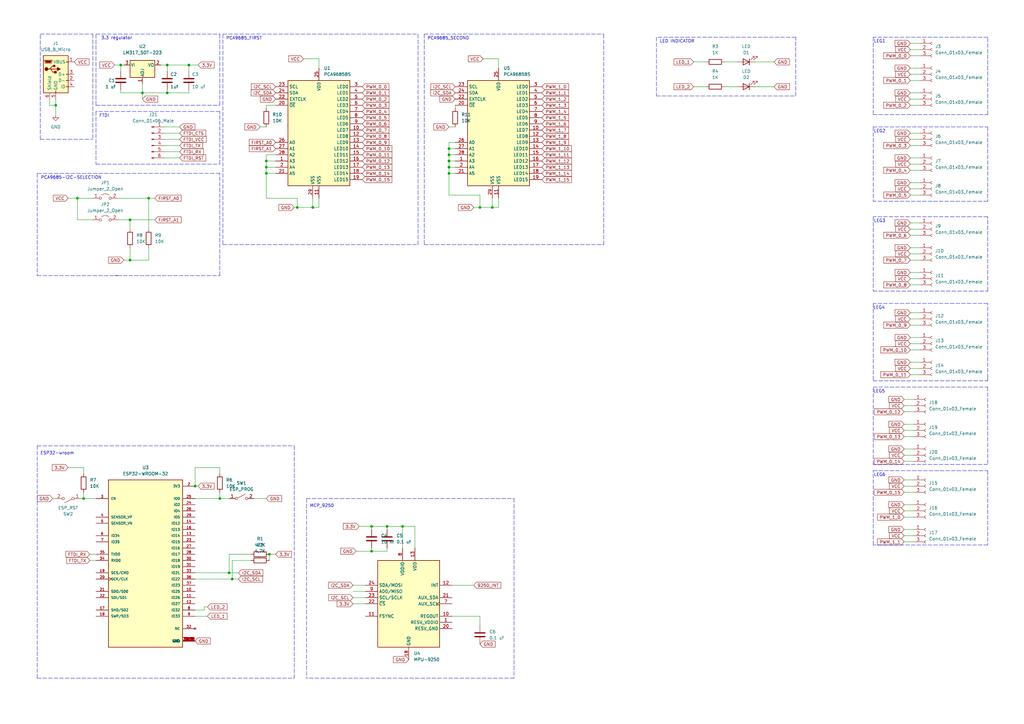
<source format=kicad_sch>
(kicad_sch (version 20211123) (generator eeschema)
  (paper "A3")
  (junction (at 184.15 63.5))
  (junction (at 53.34 90.17))
  (junction (at 184.15 71.12))
  (junction (at 109.22 66.04))
  (junction (at 58.42 38.1))
  (junction (at 158.75 215.9))
  (junction (at 201.93 85.09))
  (junction (at 77.47 26.67))
  (junction (at 152.4 215.9))
  (junction (at 68.58 38.1))
  (junction (at 80.01 199.39))
  (junction (at 53.34 106.68))
  (junction (at 121.92 85.09))
  (junction (at 109.22 68.58))
  (junction (at 68.58 26.67))
  (junction (at 152.4 226.06))
  (junction (at 95.25 237.49))
  (junction (at 34.29 204.47))
  (junction (at 184.15 66.04))
  (junction (at 128.27 85.09))
  (junction (at 165.1 215.9))
  (junction (at 93.98 234.95))
  (junction (at 49.53 26.67))
  (junction (at 109.22 71.12))
  (junction (at 110.49 227.33))
  (junction (at 184.15 60.96))
  (junction (at 22.86 43.18))
  (junction (at 184.15 68.58))
  (junction (at 31.75 81.28))
  (junction (at 90.17 204.47))
  (junction (at 60.96 81.28))
  (junction (at 196.85 85.09))
  (wire (pts (xy 77.47 26.67) (xy 77.47 29.21)))
  (wire (pts (xy 370.84 207.01) (xy 374.65 207.01)))
  (wire (pts (xy 36.83 229.87) (xy 39.37 229.87)))
  (wire (pts (xy 60.96 81.28) (xy 48.26 81.28)))
  (wire (pts (xy 110.49 227.33) (xy 110.49 229.87)))
  (wire (pts (xy 204.47 81.28) (xy 204.47 85.09)))
  (wire (pts (xy 373.38 80.01) (xy 377.19 80.01)))
  (wire (pts (xy 297.18 35.56) (xy 302.26 35.56)))
  (wire (pts (xy 370.84 217.17) (xy 374.65 217.17)))
  (wire (pts (xy 152.4 224.79) (xy 152.4 226.06)))
  (wire (pts (xy 373.38 114.3) (xy 377.19 114.3)))
  (wire (pts (xy 109.22 63.5) (xy 109.22 66.04)))
  (polyline (pts (xy 46.99 113.03) (xy 48.26 113.03)))
  (wire (pts (xy 80.01 191.77) (xy 80.01 199.39)))
  (polyline (pts (xy 405.13 223.52) (xy 358.14 223.52)))
  (wire (pts (xy 109.22 71.12) (xy 113.03 71.12)))
  (polyline (pts (xy 405.13 52.07) (xy 405.13 82.55)))
  (polyline (pts (xy 39.37 13.97) (xy 90.17 13.97)))
  (wire (pts (xy 80.01 234.95) (xy 93.98 234.95)))
  (wire (pts (xy 184.15 80.01) (xy 196.85 80.01)))
  (polyline (pts (xy 358.14 156.21) (xy 405.13 156.21)))
  (polyline (pts (xy 173.99 13.97) (xy 247.65 13.97)))
  (polyline (pts (xy 38.1 13.97) (xy 38.1 57.15)))
  (wire (pts (xy 201.93 85.09) (xy 204.47 85.09)))
  (wire (pts (xy 373.38 106.68) (xy 377.19 106.68)))
  (polyline (pts (xy 120.65 182.88) (xy 120.65 278.13)))
  (wire (pts (xy 110.49 227.33) (xy 113.03 227.33)))
  (polyline (pts (xy 358.14 223.52) (xy 358.14 193.04)))
  (polyline (pts (xy 15.24 71.12) (xy 15.24 113.03)))
  (wire (pts (xy 373.38 30.48) (xy 377.19 30.48)))
  (wire (pts (xy 58.42 34.29) (xy 58.42 38.1)))
  (wire (pts (xy 373.38 111.76) (xy 377.19 111.76)))
  (wire (pts (xy 152.4 215.9) (xy 152.4 217.17)))
  (wire (pts (xy 198.12 24.13) (xy 204.47 24.13)))
  (wire (pts (xy 49.53 38.1) (xy 49.53 36.83)))
  (wire (pts (xy 22.86 40.64) (xy 22.86 43.18)))
  (polyline (pts (xy 48.26 113.03) (xy 90.17 113.03)))
  (wire (pts (xy 95.25 229.87) (xy 95.25 237.49)))
  (wire (pts (xy 53.34 90.17) (xy 63.5 90.17)))
  (wire (pts (xy 158.75 215.9) (xy 158.75 217.17)))
  (wire (pts (xy 373.38 77.47) (xy 377.19 77.47)))
  (wire (pts (xy 373.38 143.51) (xy 377.19 143.51)))
  (polyline (pts (xy 125.73 204.47) (xy 125.73 278.13)))
  (wire (pts (xy 68.58 26.67) (xy 68.58 29.21)))
  (wire (pts (xy 121.92 85.09) (xy 128.27 85.09)))
  (polyline (pts (xy 405.13 156.21) (xy 405.13 154.94)))
  (wire (pts (xy 120.65 85.09) (xy 121.92 85.09)))
  (wire (pts (xy 90.17 204.47) (xy 93.98 204.47)))
  (wire (pts (xy 67.31 52.07) (xy 73.66 52.07)))
  (polyline (pts (xy 405.13 15.24) (xy 358.14 15.24)))
  (wire (pts (xy 373.38 116.84) (xy 377.19 116.84)))
  (wire (pts (xy 147.32 215.9) (xy 152.4 215.9)))
  (wire (pts (xy 58.42 38.1) (xy 49.53 38.1)))
  (polyline (pts (xy 405.13 88.9) (xy 358.14 88.9)))
  (wire (pts (xy 102.87 229.87) (xy 95.25 229.87)))
  (wire (pts (xy 106.68 52.07) (xy 109.22 52.07)))
  (wire (pts (xy 109.22 43.18) (xy 109.22 44.45)))
  (wire (pts (xy 165.1 224.79) (xy 165.1 215.9)))
  (wire (pts (xy 373.38 33.02) (xy 377.19 33.02)))
  (wire (pts (xy 373.38 91.44) (xy 377.19 91.44)))
  (wire (pts (xy 373.38 138.43) (xy 377.19 138.43)))
  (wire (pts (xy 370.84 184.15) (xy 374.65 184.15)))
  (wire (pts (xy 184.15 52.07) (xy 186.69 52.07)))
  (polyline (pts (xy 405.13 46.99) (xy 405.13 15.24)))
  (polyline (pts (xy 15.24 113.03) (xy 48.26 113.03)))
  (wire (pts (xy 373.38 43.18) (xy 377.19 43.18)))
  (wire (pts (xy 373.38 17.78) (xy 377.19 17.78)))
  (polyline (pts (xy 39.37 43.18) (xy 90.17 43.18)))
  (wire (pts (xy 152.4 226.06) (xy 158.75 226.06)))
  (polyline (pts (xy 173.99 13.97) (xy 173.99 100.33)))
  (wire (pts (xy 77.47 26.67) (xy 81.28 26.67)))
  (wire (pts (xy 20.32 43.18) (xy 22.86 43.18)))
  (wire (pts (xy 184.15 66.04) (xy 184.15 68.58)))
  (wire (pts (xy 144.78 240.03) (xy 149.86 240.03)))
  (wire (pts (xy 373.38 140.97) (xy 377.19 140.97)))
  (polyline (pts (xy 358.14 52.07) (xy 358.14 82.55)))
  (wire (pts (xy 128.27 85.09) (xy 130.81 85.09)))
  (wire (pts (xy 373.38 128.27) (xy 377.19 128.27)))
  (polyline (pts (xy 15.24 278.13) (xy 120.65 278.13)))
  (wire (pts (xy 93.98 234.95) (xy 97.79 234.95)))
  (polyline (pts (xy 15.24 182.88) (xy 120.65 182.88)))
  (wire (pts (xy 144.78 245.11) (xy 149.86 245.11)))
  (wire (pts (xy 184.15 66.04) (xy 186.69 66.04)))
  (wire (pts (xy 109.22 68.58) (xy 109.22 71.12)))
  (polyline (pts (xy 15.24 278.13) (xy 15.24 182.88)))
  (wire (pts (xy 170.18 224.79) (xy 170.18 215.9)))
  (wire (pts (xy 184.15 68.58) (xy 184.15 71.12)))
  (wire (pts (xy 373.38 148.59) (xy 377.19 148.59)))
  (wire (pts (xy 31.75 90.17) (xy 38.1 90.17)))
  (wire (pts (xy 90.17 201.93) (xy 90.17 204.47)))
  (wire (pts (xy 90.17 194.31) (xy 90.17 191.77)))
  (wire (pts (xy 370.84 212.09) (xy 374.65 212.09)))
  (wire (pts (xy 373.38 54.61) (xy 377.19 54.61)))
  (wire (pts (xy 33.02 204.47) (xy 34.29 204.47)))
  (wire (pts (xy 34.29 194.31) (xy 34.29 191.77)))
  (wire (pts (xy 373.38 38.1) (xy 377.19 38.1)))
  (wire (pts (xy 109.22 71.12) (xy 109.22 81.28)))
  (wire (pts (xy 50.8 106.68) (xy 53.34 106.68)))
  (wire (pts (xy 109.22 66.04) (xy 113.03 66.04)))
  (polyline (pts (xy 171.45 100.33) (xy 171.45 13.97)))
  (wire (pts (xy 60.96 81.28) (xy 63.5 81.28)))
  (wire (pts (xy 31.75 81.28) (xy 31.75 90.17)))
  (wire (pts (xy 81.28 199.39) (xy 80.01 199.39)))
  (wire (pts (xy 109.22 81.28) (xy 121.92 81.28)))
  (polyline (pts (xy 91.44 100.33) (xy 171.45 100.33)))
  (wire (pts (xy 80.01 250.19) (xy 83.82 250.19)))
  (wire (pts (xy 165.1 215.9) (xy 170.18 215.9)))
  (wire (pts (xy 373.38 22.86) (xy 377.19 22.86)))
  (wire (pts (xy 373.38 20.32) (xy 377.19 20.32)))
  (wire (pts (xy 109.22 66.04) (xy 109.22 68.58)))
  (wire (pts (xy 83.82 248.92) (xy 85.09 248.92)))
  (polyline (pts (xy 269.24 15.24) (xy 269.24 39.37)))
  (polyline (pts (xy 39.37 43.18) (xy 39.37 13.97)))
  (wire (pts (xy 60.96 101.6) (xy 60.96 106.68)))
  (polyline (pts (xy 125.73 204.47) (xy 210.82 204.47)))
  (wire (pts (xy 113.03 43.18) (xy 109.22 43.18)))
  (polyline (pts (xy 210.82 278.13) (xy 125.73 278.13)))
  (wire (pts (xy 68.58 38.1) (xy 68.58 36.83)))
  (wire (pts (xy 113.03 63.5) (xy 109.22 63.5)))
  (wire (pts (xy 370.84 199.39) (xy 374.65 199.39)))
  (wire (pts (xy 34.29 201.93) (xy 34.29 204.47)))
  (wire (pts (xy 185.42 240.03) (xy 194.31 240.03)))
  (wire (pts (xy 83.82 250.19) (xy 83.82 248.92)))
  (polyline (pts (xy 358.14 190.5) (xy 358.14 158.75)))
  (polyline (pts (xy 90.17 13.97) (xy 90.17 43.18)))
  (wire (pts (xy 309.88 35.56) (xy 317.5 35.56)))
  (polyline (pts (xy 358.14 119.38) (xy 360.68 119.38)))
  (polyline (pts (xy 405.13 124.46) (xy 358.14 124.46)))
  (wire (pts (xy 370.84 173.99) (xy 374.65 173.99)))
  (wire (pts (xy 184.15 71.12) (xy 186.69 71.12)))
  (wire (pts (xy 34.29 204.47) (xy 39.37 204.47)))
  (polyline (pts (xy 90.17 67.31) (xy 90.17 45.72)))
  (wire (pts (xy 186.69 58.42) (xy 184.15 58.42)))
  (polyline (pts (xy 16.51 13.97) (xy 38.1 13.97)))
  (wire (pts (xy 49.53 29.21) (xy 49.53 26.67)))
  (wire (pts (xy 284.48 25.4) (xy 289.56 25.4)))
  (wire (pts (xy 128.27 81.28) (xy 128.27 85.09)))
  (polyline (pts (xy 247.65 100.33) (xy 247.65 13.97)))
  (wire (pts (xy 67.31 54.61) (xy 73.66 54.61)))
  (wire (pts (xy 95.25 237.49) (xy 97.79 237.49)))
  (wire (pts (xy 58.42 38.1) (xy 68.58 38.1)))
  (wire (pts (xy 80.01 252.73) (xy 85.09 252.73)))
  (wire (pts (xy 370.84 196.85) (xy 374.65 196.85)))
  (polyline (pts (xy 90.17 113.03) (xy 90.17 71.12)))
  (wire (pts (xy 184.15 60.96) (xy 186.69 60.96)))
  (wire (pts (xy 58.42 38.1) (xy 58.42 40.64)))
  (wire (pts (xy 373.38 130.81) (xy 377.19 130.81)))
  (wire (pts (xy 20.32 40.64) (xy 20.32 43.18)))
  (polyline (pts (xy 91.44 13.97) (xy 171.45 13.97)))
  (wire (pts (xy 373.38 27.94) (xy 377.19 27.94)))
  (wire (pts (xy 184.15 71.12) (xy 184.15 80.01)))
  (wire (pts (xy 66.04 26.67) (xy 68.58 26.67)))
  (wire (pts (xy 67.31 64.77) (xy 73.66 64.77)))
  (polyline (pts (xy 16.51 57.15) (xy 38.1 57.15)))
  (wire (pts (xy 370.84 201.93) (xy 374.65 201.93)))
  (wire (pts (xy 373.38 40.64) (xy 377.19 40.64)))
  (wire (pts (xy 48.26 90.17) (xy 53.34 90.17)))
  (polyline (pts (xy 173.99 100.33) (xy 247.65 100.33)))
  (wire (pts (xy 36.83 227.33) (xy 39.37 227.33)))
  (polyline (pts (xy 405.13 119.38) (xy 405.13 88.9)))
  (wire (pts (xy 53.34 101.6) (xy 53.34 106.68)))
  (wire (pts (xy 104.14 204.47) (xy 109.22 204.47)))
  (wire (pts (xy 80.01 204.47) (xy 90.17 204.47)))
  (polyline (pts (xy 358.14 193.04) (xy 405.13 193.04)))
  (wire (pts (xy 53.34 90.17) (xy 53.34 93.98)))
  (polyline (pts (xy 91.44 13.97) (xy 91.44 100.33)))
  (wire (pts (xy 370.84 219.71) (xy 374.65 219.71)))
  (polyline (pts (xy 358.14 158.75) (xy 405.13 158.75)))
  (wire (pts (xy 67.31 62.23) (xy 73.66 62.23)))
  (wire (pts (xy 373.38 153.67) (xy 377.19 153.67)))
  (wire (pts (xy 373.38 133.35) (xy 377.19 133.35)))
  (wire (pts (xy 373.38 57.15) (xy 377.19 57.15)))
  (wire (pts (xy 373.38 93.98) (xy 377.19 93.98)))
  (polyline (pts (xy 210.82 204.47) (xy 210.82 278.13)))
  (wire (pts (xy 370.84 179.07) (xy 374.65 179.07)))
  (wire (pts (xy 373.38 104.14) (xy 377.19 104.14)))
  (polyline (pts (xy 358.14 15.24) (xy 358.14 40.64)))
  (wire (pts (xy 124.46 24.13) (xy 130.81 24.13)))
  (wire (pts (xy 370.84 168.91) (xy 374.65 168.91)))
  (wire (pts (xy 184.15 68.58) (xy 186.69 68.58)))
  (wire (pts (xy 184.15 58.42) (xy 184.15 60.96)))
  (wire (pts (xy 144.78 242.57) (xy 149.86 242.57)))
  (polyline (pts (xy 326.39 39.37) (xy 326.39 15.24)))
  (wire (pts (xy 22.86 204.47) (xy 21.59 204.47)))
  (wire (pts (xy 370.84 189.23) (xy 374.65 189.23)))
  (polyline (pts (xy 39.37 67.31) (xy 90.17 67.31)))
  (wire (pts (xy 184.15 63.5) (xy 186.69 63.5)))
  (polyline (pts (xy 360.68 119.38) (xy 405.13 119.38)))
  (wire (pts (xy 184.15 60.96) (xy 184.15 63.5)))
  (polyline (pts (xy 90.17 45.72) (xy 39.37 45.72)))
  (polyline (pts (xy 405.13 158.75) (xy 405.13 190.5)))
  (wire (pts (xy 184.15 63.5) (xy 184.15 66.04)))
  (wire (pts (xy 90.17 191.77) (xy 80.01 191.77)))
  (wire (pts (xy 80.01 237.49) (xy 95.25 237.49)))
  (wire (pts (xy 152.4 215.9) (xy 158.75 215.9)))
  (wire (pts (xy 109.22 68.58) (xy 113.03 68.58)))
  (wire (pts (xy 68.58 38.1) (xy 77.47 38.1)))
  (polyline (pts (xy 405.13 82.55) (xy 358.14 82.55)))
  (wire (pts (xy 196.85 252.73) (xy 196.85 256.54)))
  (wire (pts (xy 373.38 59.69) (xy 377.19 59.69)))
  (wire (pts (xy 93.98 234.95) (xy 93.98 227.33)))
  (wire (pts (xy 201.93 81.28) (xy 201.93 85.09)))
  (wire (pts (xy 370.84 166.37) (xy 374.65 166.37)))
  (wire (pts (xy 309.88 25.4) (xy 317.5 25.4)))
  (wire (pts (xy 370.84 163.83) (xy 374.65 163.83)))
  (wire (pts (xy 373.38 151.13) (xy 377.19 151.13)))
  (wire (pts (xy 27.94 81.28) (xy 31.75 81.28)))
  (wire (pts (xy 373.38 64.77) (xy 377.19 64.77)))
  (wire (pts (xy 121.92 81.28) (xy 121.92 85.09)))
  (polyline (pts (xy 358.14 88.9) (xy 358.14 119.38)))
  (polyline (pts (xy 358.14 40.64) (xy 358.14 46.99)))
  (wire (pts (xy 373.38 74.93) (xy 377.19 74.93)))
  (polyline (pts (xy 405.13 154.94) (xy 405.13 124.46)))
  (wire (pts (xy 370.84 222.25) (xy 374.65 222.25)))
  (wire (pts (xy 60.96 93.98) (xy 60.96 81.28)))
  (polyline (pts (xy 39.37 45.72) (xy 39.37 67.31)))
  (polyline (pts (xy 405.13 193.04) (xy 405.13 223.52)))
  (wire (pts (xy 67.31 57.15) (xy 73.66 57.15)))
  (wire (pts (xy 194.31 85.09) (xy 196.85 85.09)))
  (polyline (pts (xy 405.13 190.5) (xy 358.14 190.5)))
  (polyline (pts (xy 16.51 57.15) (xy 16.51 13.97)))
  (polyline (pts (xy 326.39 15.24) (xy 269.24 15.24)))
  (polyline (pts (xy 358.14 46.99) (xy 405.13 46.99)))
  (wire (pts (xy 373.38 69.85) (xy 377.19 69.85)))
  (wire (pts (xy 158.75 215.9) (xy 165.1 215.9)))
  (wire (pts (xy 31.75 81.28) (xy 38.1 81.28)))
  (wire (pts (xy 204.47 27.94) (xy 204.47 24.13)))
  (polyline (pts (xy 358.14 124.46) (xy 358.14 156.21)))
  (wire (pts (xy 373.38 101.6) (xy 377.19 101.6)))
  (wire (pts (xy 373.38 67.31) (xy 377.19 67.31)))
  (wire (pts (xy 67.31 59.69) (xy 73.66 59.69)))
  (polyline (pts (xy 269.24 39.37) (xy 326.39 39.37)))
  (wire (pts (xy 185.42 252.73) (xy 196.85 252.73)))
  (wire (pts (xy 93.98 227.33) (xy 102.87 227.33)))
  (wire (pts (xy 77.47 36.83) (xy 77.47 38.1)))
  (wire (pts (xy 130.81 27.94) (xy 130.81 24.13)))
  (wire (pts (xy 46.99 26.67) (xy 49.53 26.67)))
  (wire (pts (xy 68.58 26.67) (xy 77.47 26.67)))
  (wire (pts (xy 22.86 43.18) (xy 22.86 46.99)))
  (wire (pts (xy 146.05 226.06) (xy 152.4 226.06)))
  (polyline (pts (xy 90.17 71.12) (xy 15.24 71.12)))
  (wire (pts (xy 186.69 43.18) (xy 186.69 44.45)))
  (wire (pts (xy 370.84 209.55) (xy 374.65 209.55)))
  (wire (pts (xy 373.38 96.52) (xy 377.19 96.52)))
  (wire (pts (xy 196.85 80.01) (xy 196.85 85.09)))
  (wire (pts (xy 158.75 224.79) (xy 158.75 226.06)))
  (wire (pts (xy 370.84 186.69) (xy 374.65 186.69)))
  (wire (pts (xy 60.96 106.68) (xy 53.34 106.68)))
  (wire (pts (xy 297.18 25.4) (xy 302.26 25.4)))
  (wire (pts (xy 27.94 191.77) (xy 34.29 191.77)))
  (wire (pts (xy 284.48 35.56) (xy 289.56 35.56)))
  (polyline (pts (xy 358.14 52.07) (xy 405.13 52.07)))
  (wire (pts (xy 196.85 85.09) (xy 201.93 85.09)))
  (wire (pts (xy 130.81 81.28) (xy 130.81 85.09)))
  (wire (pts (xy 144.78 247.65) (xy 149.86 247.65)))
  (wire (pts (xy 49.53 26.67) (xy 50.8 26.67)))
  (wire (pts (xy 370.84 176.53) (xy 374.65 176.53)))
  (text "3.3 regulator" (at 41.4464 16.4152 0) (effects (font (size 1.27 1.27)) (justify left bottom)))
  (text "LEG5\n" (at 358.14 161.29 0) (effects (font (size 1.27 1.27)) (justify left bottom)))
  (text "LEG4" (at 358.14 127 0) (effects (font (size 1.27 1.27)) (justify left bottom)))
  (text "PCA9685_SECOND\n" (at 175.26 16.51 0) (effects (font (size 1.27 1.27)) (justify left bottom)))
  (text "PCA9685-I2C-SELECTION" (at 16.7479 73.6839 0) (effects (font (size 1.27 1.27)) (justify left bottom)))
  (text "LEG6\n" (at 363.22 195.58 180) (effects (font (size 1.27 1.27)) (justify right bottom)))
  (text "ESP32-wroom" (at 16.51 186.69 0) (effects (font (size 1.27 1.27)) (justify left bottom)))
  (text "LEG3" (at 363.22 91.44 180) (effects (font (size 1.27 1.27)) (justify right bottom)))
  (text "MCP_9250" (at 127 208.28 0) (effects (font (size 1.27 1.27)) (justify left bottom)))
  (text "LEG2" (at 363.22 54.61 180) (effects (font (size 1.27 1.27)) (justify right bottom)))
  (text "PCA9685_FIRST\n" (at 92.71 16.51 0) (effects (font (size 1.27 1.27)) (justify left bottom)))
  (text "LED INDICATOR" (at 270.51 17.78 0) (effects (font (size 1.27 1.27)) (justify left bottom)))
  (text "LEG1\n" (at 363.22 17.78 180) (effects (font (size 1.27 1.27)) (justify right bottom)))
  (text "FTDI\n" (at 40.64 48.26 0) (effects (font (size 1.27 1.27)) (justify left bottom)))
  (global_label "FIRST_A0" (shape input) (at 63.5 81.28 0) (property "Intersheet References" "${INTERSHEET_REFS}" (effects hide)))
  (global_label "PWM_0_6" (shape input) (at 148.59 50.8 0) (property "Intersheet References" "${INTERSHEET_REFS}" (effects hide)))
  (global_label "FIRST_A1" (shape input) (at 63.5 90.17 0) (property "Intersheet References" "${INTERSHEET_REFS}" (effects hide)))
  (global_label "GND" (shape input) (at 373.38 74.93 180) (property "Intersheet References" "${INTERSHEET_REFS}" (effects hide)))
  (global_label "3.3V" (shape input) (at 81.28 26.67 0) (property "Intersheet References" "${INTERSHEET_REFS}" (effects hide)))
  (global_label "FTDI_TX" (shape input) (at 36.83 229.87 180) (property "Intersheet References" "${INTERSHEET_REFS}" (effects hide)))
  (global_label "GND" (shape input) (at 106.68 52.07 180) (property "Intersheet References" "${INTERSHEET_REFS}" (effects hide)))
  (global_label "GND" (shape input) (at 146.05 226.06 180) (property "Intersheet References" "${INTERSHEET_REFS}" (effects hide)))
  (global_label "FTDI_RX" (shape input) (at 73.66 62.23 0) (property "Intersheet References" "${INTERSHEET_REFS}" (effects hide)))
  (global_label "VCC" (shape input) (at 373.38 30.48 180) (property "Intersheet References" "${INTERSHEET_REFS}" (effects hide)))
  (global_label "PWM_0_1" (shape input) (at 148.59 38.1 0) (property "Intersheet References" "${INTERSHEET_REFS}" (effects hide)))
  (global_label "LED_2" (shape input) (at 85.09 248.92 0) (property "Intersheet References" "${INTERSHEET_REFS}" (effects hide)))
  (global_label "VCC" (shape input) (at 370.84 209.55 180) (property "Intersheet References" "${INTERSHEET_REFS}" (effects hide)))
  (global_label "PWM_0_4" (shape input) (at 373.38 69.85 180) (property "Intersheet References" "${INTERSHEET_REFS}" (effects hide)))
  (global_label "PWM_0_7" (shape input) (at 148.59 53.34 0) (property "Intersheet References" "${INTERSHEET_REFS}" (effects hide)))
  (global_label "GND" (shape input) (at 373.38 91.44 180) (property "Intersheet References" "${INTERSHEET_REFS}" (effects hide)))
  (global_label "FTDI_VCC" (shape input) (at 73.66 57.15 0) (property "Intersheet References" "${INTERSHEET_REFS}" (effects hide)))
  (global_label "PWM_1_1" (shape input) (at 370.84 222.25 180) (property "Intersheet References" "${INTERSHEET_REFS}" (effects hide)))
  (global_label "GND" (shape input) (at 58.42 40.64 0) (property "Intersheet References" "${INTERSHEET_REFS}" (effects hide)))
  (global_label "GND" (shape input) (at 370.84 173.99 180) (property "Intersheet References" "${INTERSHEET_REFS}" (effects hide)))
  (global_label "GND" (shape input) (at 373.38 38.1 180) (property "Intersheet References" "${INTERSHEET_REFS}" (effects hide)))
  (global_label "VCC" (shape input) (at 370.84 166.37 180) (property "Intersheet References" "${INTERSHEET_REFS}" (effects hide)))
  (global_label "GND" (shape input) (at 373.38 27.94 180) (property "Intersheet References" "${INTERSHEET_REFS}" (effects hide)))
  (global_label "PWM_1_14" (shape input) (at 222.25 71.12 0) (property "Intersheet References" "${INTERSHEET_REFS}" (effects hide)))
  (global_label "PWM_0_15" (shape input) (at 148.59 73.66 0) (property "Intersheet References" "${INTERSHEET_REFS}" (effects hide)))
  (global_label "VCC" (shape input) (at 30.48 25.4 0) (property "Intersheet References" "${INTERSHEET_REFS}" (effects hide)))
  (global_label "GND" (shape input) (at 370.84 184.15 180) (property "Intersheet References" "${INTERSHEET_REFS}" (effects hide)))
  (global_label "PWM_0_0" (shape input) (at 373.38 22.86 180) (property "Intersheet References" "${INTERSHEET_REFS}" (effects hide)))
  (global_label "PWM_0_13" (shape input) (at 148.59 68.58 0) (property "Intersheet References" "${INTERSHEET_REFS}" (effects hide)))
  (global_label "GND" (shape input) (at 373.38 111.76 180) (property "Intersheet References" "${INTERSHEET_REFS}" (effects hide)))
  (global_label "GND" (shape input) (at 373.38 101.6 180) (property "Intersheet References" "${INTERSHEET_REFS}" (effects hide)))
  (global_label "FTDI_TX" (shape input) (at 73.66 59.69 0) (property "Intersheet References" "${INTERSHEET_REFS}" (effects hide)))
  (global_label "PWM_1_11" (shape input) (at 222.25 63.5 0) (property "Intersheet References" "${INTERSHEET_REFS}" (effects hide)))
  (global_label "PWM_0_15" (shape input) (at 370.84 201.93 180) (property "Intersheet References" "${INTERSHEET_REFS}" (effects hide)))
  (global_label "PWM_0_2" (shape input) (at 373.38 43.18 180) (property "Intersheet References" "${INTERSHEET_REFS}" (effects hide)))
  (global_label "GND" (shape input) (at 194.31 85.09 180) (property "Intersheet References" "${INTERSHEET_REFS}" (effects hide)))
  (global_label "GND" (shape input) (at 373.38 17.78 180) (property "Intersheet References" "${INTERSHEET_REFS}" (effects hide)))
  (global_label "GND" (shape input) (at 21.59 204.47 180) (property "Intersheet References" "${INTERSHEET_REFS}" (effects hide)))
  (global_label "PWM_1_13" (shape input) (at 222.25 68.58 0) (property "Intersheet References" "${INTERSHEET_REFS}" (effects hide)))
  (global_label "PWM_0_11" (shape input) (at 373.38 153.67 180) (property "Intersheet References" "${INTERSHEET_REFS}" (effects hide)))
  (global_label "PWM_0_13" (shape input) (at 370.84 179.07 180) (property "Intersheet References" "${INTERSHEET_REFS}" (effects hide)))
  (global_label "GND" (shape input) (at 186.69 40.64 180) (property "Intersheet References" "${INTERSHEET_REFS}" (effects hide)))
  (global_label "GND" (shape input) (at 373.38 64.77 180) (property "Intersheet References" "${INTERSHEET_REFS}" (effects hide)))
  (global_label "GND" (shape input) (at 196.85 264.16 0) (property "Intersheet References" "${INTERSHEET_REFS}" (effects hide)))
  (global_label "9250_INT" (shape input) (at 194.31 240.03 0) (property "Intersheet References" "${INTERSHEET_REFS}" (effects hide)))
  (global_label "GND" (shape input) (at 80.01 262.89 0) (property "Intersheet References" "${INTERSHEET_REFS}" (effects hide)))
  (global_label "GND" (shape input) (at 317.5 25.4 0) (property "Intersheet References" "${INTERSHEET_REFS}" (effects hide)))
  (global_label "VCC" (shape input) (at 370.84 176.53 180) (property "Intersheet References" "${INTERSHEET_REFS}" (effects hide)))
  (global_label "VCC" (shape input) (at 373.38 140.97 180) (property "Intersheet References" "${INTERSHEET_REFS}" (effects hide)))
  (global_label "GND" (shape input) (at 370.84 196.85 180) (property "Intersheet References" "${INTERSHEET_REFS}" (effects hide)))
  (global_label "VCC" (shape input) (at 373.38 40.64 180) (property "Intersheet References" "${INTERSHEET_REFS}" (effects hide)))
  (global_label "GND" (shape input) (at 120.65 85.09 180) (property "Intersheet References" "${INTERSHEET_REFS}" (effects hide)))
  (global_label "LED_2" (shape input) (at 284.48 35.56 180) (property "Intersheet References" "${INTERSHEET_REFS}" (effects hide)))
  (global_label "LED_1" (shape input) (at 85.09 252.73 0) (property "Intersheet References" "${INTERSHEET_REFS}" (effects hide)))
  (global_label "FTDI_CTS" (shape input) (at 73.66 54.61 0) (property "Intersheet References" "${INTERSHEET_REFS}" (effects hide)))
  (global_label "PWM_0_3" (shape input) (at 373.38 59.69 180) (property "Intersheet References" "${INTERSHEET_REFS}" (effects hide)))
  (global_label "PWM_0_0" (shape input) (at 148.59 35.56 0) (property "Intersheet References" "${INTERSHEET_REFS}" (effects hide)))
  (global_label "GND" (shape input) (at 370.84 217.17 180) (property "Intersheet References" "${INTERSHEET_REFS}" (effects hide)))
  (global_label "PWM_0_8" (shape input) (at 148.59 55.88 0) (property "Intersheet References" "${INTERSHEET_REFS}" (effects hide)))
  (global_label "VCC" (shape input) (at 373.38 114.3 180) (property "Intersheet References" "${INTERSHEET_REFS}" (effects hide)))
  (global_label "PWM_0_12" (shape input) (at 370.84 168.91 180) (property "Intersheet References" "${INTERSHEET_REFS}" (effects hide)))
  (global_label "VCC" (shape input) (at 27.94 81.28 180) (property "Intersheet References" "${INTERSHEET_REFS}" (effects hide)))
  (global_label "GND" (shape input) (at 73.66 52.07 0) (property "Intersheet References" "${INTERSHEET_REFS}" (effects hide)))
  (global_label "PWM_0_9" (shape input) (at 373.38 133.35 180) (property "Intersheet References" "${INTERSHEET_REFS}" (effects hide)))
  (global_label "GND" (shape input) (at 373.38 148.59 180) (property "Intersheet References" "${INTERSHEET_REFS}" (effects hide)))
  (global_label "I2C_SCL" (shape input) (at 186.69 35.56 180) (property "Intersheet References" "${INTERSHEET_REFS}" (effects hide)))
  (global_label "PWM_0_14" (shape input) (at 370.84 189.23 180) (property "Intersheet References" "${INTERSHEET_REFS}" (effects hide)))
  (global_label "VCC" (shape input) (at 198.12 24.13 180) (property "Intersheet References" "${INTERSHEET_REFS}" (effects hide)))
  (global_label "PWM_1_0" (shape input) (at 222.25 35.56 0) (property "Intersheet References" "${INTERSHEET_REFS}" (effects hide)))
  (global_label "VCC" (shape input) (at 373.38 77.47 180) (property "Intersheet References" "${INTERSHEET_REFS}" (effects hide)))
  (global_label "3.3V" (shape input) (at 27.94 191.77 180) (property "Intersheet References" "${INTERSHEET_REFS}" (effects hide)))
  (global_label "PWM_0_4" (shape input) (at 148.59 45.72 0) (property "Intersheet References" "${INTERSHEET_REFS}" (effects hide)))
  (global_label "I2C_SCL" (shape input) (at 97.79 237.49 0) (property "Intersheet References" "${INTERSHEET_REFS}" (effects hide)))
  (global_label "I2C_SCL" (shape input) (at 144.78 245.11 180) (property "Intersheet References" "${INTERSHEET_REFS}" (effects hide)))
  (global_label "PWM_1_9" (shape input) (at 222.25 58.42 0) (property "Intersheet References" "${INTERSHEET_REFS}" (effects hide)))
  (global_label "VCC" (shape input) (at 373.38 104.14 180) (property "Intersheet References" "${INTERSHEET_REFS}" (effects hide)))
  (global_label "PWM_0_5" (shape input) (at 148.59 48.26 0) (property "Intersheet References" "${INTERSHEET_REFS}" (effects hide)))
  (global_label "3.3V" (shape input) (at 144.78 247.65 180) (property "Intersheet References" "${INTERSHEET_REFS}" (effects hide)))
  (global_label "PWM_1_15" (shape input) (at 222.25 73.66 0) (property "Intersheet References" "${INTERSHEET_REFS}" (effects hide)))
  (global_label "PWM_1_6" (shape input) (at 222.25 50.8 0) (property "Intersheet References" "${INTERSHEET_REFS}" (effects hide)))
  (global_label "FIRST_A0" (shape input) (at 113.03 58.42 180) (property "Intersheet References" "${INTERSHEET_REFS}" (effects hide)))
  (global_label "VCC" (shape input) (at 124.46 24.13 180) (property "Intersheet References" "${INTERSHEET_REFS}" (effects hide)))
  (global_label "FIRST_A1" (shape input) (at 113.03 60.96 180) (property "Intersheet References" "${INTERSHEET_REFS}" (effects hide)))
  (global_label "GND" (shape input) (at 184.15 52.07 180) (property "Intersheet References" "${INTERSHEET_REFS}" (effects hide)))
  (global_label "LED_1" (shape input) (at 284.48 25.4 180) (property "Intersheet References" "${INTERSHEET_REFS}" (effects hide)))
  (global_label "I2C_SDA" (shape input) (at 186.69 38.1 180) (property "Intersheet References" "${INTERSHEET_REFS}" (effects hide)))
  (global_label "VCC" (shape input) (at 373.38 151.13 180) (property "Intersheet References" "${INTERSHEET_REFS}" (effects hide)))
  (global_label "PWM_0_7" (shape input) (at 373.38 106.68 180) (property "Intersheet References" "${INTERSHEET_REFS}" (effects hide)))
  (global_label "PWM_0_8" (shape input) (at 373.38 116.84 180) (property "Intersheet References" "${INTERSHEET_REFS}" (effects hide)))
  (global_label "VCC" (shape input) (at 46.99 26.67 180) (property "Intersheet References" "${INTERSHEET_REFS}" (effects hide)))
  (global_label "PWM_1_10" (shape input) (at 222.25 60.96 0) (property "Intersheet References" "${INTERSHEET_REFS}" (effects hide)))
  (global_label "GND" (shape input) (at 109.22 204.47 0) (property "Intersheet References" "${INTERSHEET_REFS}" (effects hide)))
  (global_label "FTDI_RX" (shape input) (at 36.83 227.33 180) (property "Intersheet References" "${INTERSHEET_REFS}" (effects hide)))
  (global_label "PWM_1_7" (shape input) (at 222.25 53.34 0) (property "Intersheet References" "${INTERSHEET_REFS}" (effects hide)))
  (global_label "GND" (shape input) (at 373.38 54.61 180) (property "Intersheet References" "${INTERSHEET_REFS}" (effects hide)))
  (global_label "PWM_0_12" (shape input) (at 148.59 66.04 0) (property "Intersheet References" "${INTERSHEET_REFS}" (effects hide)))
  (global_label "3.3V" (shape input) (at 147.32 215.9 180) (property "Intersheet References" "${INTERSHEET_REFS}" (effects hide)))
  (global_label "VCC" (shape input) (at 373.38 57.15 180) (property "Intersheet References" "${INTERSHEET_REFS}" (effects hide)))
  (global_label "PWM_0_9" (shape input) (at 148.59 58.42 0) (property "Intersheet References" "${INTERSHEET_REFS}" (effects hide)))
  (global_label "PWM_0_1" (shape input) (at 373.38 33.02 180) (property "Intersheet References" "${INTERSHEET_REFS}" (effects hide)))
  (global_label "VCC" (shape input) (at 370.84 199.39 180) (property "Intersheet References" "${INTERSHEET_REFS}" (effects hide)))
  (global_label "PWM_1_5" (shape input) (at 222.25 48.26 0) (property "Intersheet References" "${INTERSHEET_REFS}" (effects hide)))
  (global_label "PWM_0_5" (shape input) (at 373.38 80.01 180) (property "Intersheet References" "${INTERSHEET_REFS}" (effects hide)))
  (global_label "GND" (shape input) (at 317.5 35.56 0) (property "Intersheet References" "${INTERSHEET_REFS}" (effects hide)))
  (global_label "PWM_1_2" (shape input) (at 222.25 40.64 0) (property "Intersheet References" "${INTERSHEET_REFS}" (effects hide)))
  (global_label "PWM_1_12" (shape input) (at 222.25 66.04 0) (property "Intersheet References" "${INTERSHEET_REFS}" (effects hide)))
  (global_label "VCC" (shape input) (at 370.84 219.71 180) (property "Intersheet References" "${INTERSHEET_REFS}" (effects hide)))
  (global_label "3.3V" (shape input) (at 113.03 227.33 0) (property "Intersheet References" "${INTERSHEET_REFS}" (effects hide)))
  (global_label "PWM_1_1" (shape input) (at 222.25 38.1 0) (property "Intersheet References" "${INTERSHEET_REFS}" (effects hide)))
  (global_label "PWM_0_10" (shape input) (at 373.38 143.51 180) (property "Intersheet References" "${INTERSHEET_REFS}" (effects hide)))
  (global_label "PWM_0_3" (shape input) (at 148.59 43.18 0) (property "Intersheet References" "${INTERSHEET_REFS}" (effects hide)))
  (global_label "VCC" (shape input) (at 370.84 186.69 180) (property "Intersheet References" "${INTERSHEET_REFS}" (effects hide)))
  (global_label "PWM_1_0" (shape input) (at 370.84 212.09 180) (property "Intersheet References" "${INTERSHEET_REFS}" (effects hide)))
  (global_label "GND" (shape input) (at 50.8 106.68 180) (property "Intersheet References" "${INTERSHEET_REFS}" (effects hide)))
  (global_label "I2C_SDA" (shape input) (at 144.78 240.03 180) (property "Intersheet References" "${INTERSHEET_REFS}" (effects hide)))
  (global_label "GND" (shape input) (at 373.38 138.43 180) (property "Intersheet References" "${INTERSHEET_REFS}" (effects hide)))
  (global_label "GND" (shape input) (at 370.84 163.83 180) (property "Intersheet References" "${INTERSHEET_REFS}" (effects hide)))
  (global_label "I2C_SCL" (shape input) (at 113.03 35.56 180) (property "Intersheet References" "${INTERSHEET_REFS}" (effects hide)))
  (global_label "PWM_1_8" (shape input) (at 222.25 55.88 0) (property "Intersheet References" "${INTERSHEET_REFS}" (effects hide)))
  (global_label "PWM_0_2" (shape input) (at 148.59 40.64 0) (property "Intersheet References" "${INTERSHEET_REFS}" (effects hide)))
  (global_label "VCC" (shape input) (at 373.38 20.32 180) (property "Intersheet References" "${INTERSHEET_REFS}" (effects hide)))
  (global_label "GND" (shape input) (at 113.03 40.64 180) (property "Intersheet References" "${INTERSHEET_REFS}" (effects hide)))
  (global_label "PWM_1_3" (shape input) (at 222.25 43.18 0) (property "Intersheet References" "${INTERSHEET_REFS}" (effects hide)))
  (global_label "PWM_0_6" (shape input) (at 373.38 96.52 180) (property "Intersheet References" "${INTERSHEET_REFS}" (effects hide)))
  (global_label "PWM_0_11" (shape input) (at 148.59 63.5 0) (property "Intersheet References" "${INTERSHEET_REFS}" (effects hide)))
  (global_label "GND" (shape input) (at 167.64 270.51 180) (property "Intersheet References" "${INTERSHEET_REFS}" (effects hide)))
  (global_label "GND" (shape input) (at 370.84 207.01 180) (property "Intersheet References" "${INTERSHEET_REFS}" (effects hide)))
  (global_label "VCC" (shape input) (at 373.38 93.98 180) (property "Intersheet References" "${INTERSHEET_REFS}" (effects hide)))
  (global_label "PWM_1_4" (shape input) (at 222.25 45.72 0) (property "Intersheet References" "${INTERSHEET_REFS}" (effects hide)))
  (global_label "3.3V" (shape input) (at 81.28 199.39 0) (property "Intersheet References" "${INTERSHEET_REFS}" (effects hide)))
  (global_label "PWM_0_10" (shape input) (at 148.59 60.96 0) (property "Intersheet References" "${INTERSHEET_REFS}" (effects hide)))
  (global_label "VCC" (shape input) (at 373.38 130.81 180) (property "Intersheet References" "${INTERSHEET_REFS}" (effects hide)))
  (global_label "FTDI_RST" (shape input) (at 73.66 64.77 0) (property "Intersheet References" "${INTERSHEET_REFS}" (effects hide)))
  (global_label "I2C_SDA" (shape input) (at 113.03 38.1 180) (property "Intersheet References" "${INTERSHEET_REFS}" (effects hide)))
  (global_label "VCC" (shape input) (at 373.38 67.31 180) (property "Intersheet References" "${INTERSHEET_REFS}" (effects hide)))
  (global_label "GND" (shape input) (at 373.38 128.27 180) (property "Intersheet References" "${INTERSHEET_REFS}" (effects hide)))
  (global_label "PWM_0_14" (shape input) (at 148.59 71.12 0) (property "Intersheet References" "${INTERSHEET_REFS}" (effects hide)))
  (global_label "I2C_SDA" (shape input) (at 97.79 234.95 0) (property "Intersheet References" "${INTERSHEET_REFS}" (effects hide)))
  (symbol (lib_id "Device:R") (at 186.69 48.26 180) (unit 1)
    (property "Reference" "R11" (at 189.23 46.9899 0) (effects (justify right)))
    (property "Value" "10K" (at 189.23 49.5299 0) (effects (justify right)))
    (property "Footprint" "Resistor_SMD:R_0603_1608Metric" (effects hide))
  )
  (symbol (lib_id "Connector:Conn_01x03_Female") (at 379.73 166.37 0) (unit 1)
    (property "Reference" "J18" (at 381 165.0999 0) (effects (justify left)))
    (property "Value" "Conn_01x03_Female" (at 381 167.6399 0) (effects (justify left)))
    (property "Footprint" "Connector_PinHeader_2.54mm:PinHeader_1x03_P2.54mm_Vertical" (effects hide))
  )
  (symbol (lib_id "Switch:SW_SPST") (at 27.94 204.47 180) (unit 1)
    (property "Reference" "SW2" (at 27.94 210.82 0))
    (property "Value" "ESP_RST" (at 27.94 208.28 0))
    (property "Footprint" "Button_Switch_SMD:SW_DIP_SPSTx01_Slide_6.7x4.1mm_W6.73mm_P2.54mm_LowProfile_JPin" (effects hide))
  )
  (symbol (lib_id "Device:C") (at 196.85 260.35 0) (unit 1)
    (property "Reference" "C6" (at 200.66 259.0799 0) (effects (justify left)))
    (property "Value" "0.1 uf" (at 200.66 261.6199 0) (effects (justify left)))
    (property "Footprint" "Capacitor_SMD:C_0603_1608Metric" (effects hide))
  )
  (symbol (lib_id "Sensor_Motion:MPU-9250") (at 167.64 247.65 0) (unit 1)
    (property "Reference" "U4" (at 169.6594 267.97 0) (effects (justify left)))
    (property "Value" "MPU-9250" (at 169.6594 270.51 0) (effects (justify left)))
    (property "Footprint" "Sensor_Motion:InvenSense_QFN-24_3x3mm_P0.4mm" (effects hide))
    (property "Datasheet" "https://store.invensense.com/datasheets/invensense/MPU9250REV1.0.pdf" (effects hide))
  )
  (symbol (lib_id "Device:C") (at 77.47 33.02 0) (unit 1)
    (property "Reference" "C3" (at 78.74 30.48 0) (effects (justify left)))
    (property "Value" "10 uf" (at 78.74 35.56 0) (effects (justify left)))
    (property "Footprint" "Capacitor_SMD:C_0603_1608Metric" (effects hide))
  )
  (symbol (lib_id "Device:C") (at 68.58 33.02 0) (unit 1)
    (property "Reference" "C2" (at 69.85 30.48 0) (effects (justify left)))
    (property "Value" "1uf" (at 69.85 35.56 0) (effects (justify left)))
    (property "Footprint" "Capacitor_SMD:C_0603_1608Metric" (effects hide))
  )
  (symbol (lib_id "Connector:Conn_01x03_Female") (at 382.27 57.15 0) (unit 1)
    (property "Reference" "J6" (at 383.54 55.8799 0) (effects (justify left)))
    (property "Value" "Conn_01x03_Female" (at 383.54 58.4199 0) (effects (justify left)))
    (property "Footprint" "Connector_PinHeader_2.54mm:PinHeader_1x03_P2.54mm_Vertical" (effects hide))
  )
  (symbol (lib_id "Connector:Conn_01x03_Female") (at 379.73 186.69 0) (unit 1)
    (property "Reference" "J20" (at 381 185.4199 0) (effects (justify left)))
    (property "Value" "Conn_01x03_Female" (at 381 187.9599 0) (effects (justify left)))
    (property "Footprint" "Connector_PinHeader_2.54mm:PinHeader_1x03_P2.54mm_Vertical" (effects hide))
  )
  (symbol (lib_id "Connector:Conn_01x03_Female") (at 382.27 77.47 0) (unit 1)
    (property "Reference" "J8" (at 383.54 76.1999 0) (effects (justify left)))
    (property "Value" "Conn_01x03_Female" (at 383.54 78.7399 0) (effects (justify left)))
    (property "Footprint" "Connector_PinHeader_2.54mm:PinHeader_1x03_P2.54mm_Vertical" (effects hide))
  )
  (symbol (lib_id "Device:R") (at 106.68 227.33 90) (unit 1)
    (property "Reference" "R1" (at 106.68 220.98 90))
    (property "Value" "4.7K" (at 106.68 223.52 90))
    (property "Footprint" "Resistor_SMD:R_0603_1608Metric" (effects hide))
  )
  (symbol (lib_id "Device:C") (at 152.4 220.98 0) (unit 1)
    (property "Reference" "C4" (at 156.21 219.7099 0) (effects (justify left)))
    (property "Value" "10 nf" (at 156.21 222.2499 0) (effects (justify left)))
    (property "Footprint" "Capacitor_SMD:C_0603_1608Metric" (effects hide))
  )
  (symbol (lib_id "power:GND") (at 22.86 46.99 0) (unit 1)
    (property "Reference" "#PWR0101" (effects hide))
    (property "Value" "GND" (at 22.86 52.07 0))
  )
  (symbol (lib_id "Device:LED") (at 306.07 35.56 180) (unit 1)
    (property "Reference" "D2" (at 306.07 31.75 0))
    (property "Value" "LED" (at 306.07 29.21 0))
    (property "Footprint" "LED_SMD:LED_0603_1608Metric" (effects hide))
  )
  (symbol (lib_id "Device:R") (at 106.68 229.87 90) (unit 1)
    (property "Reference" "R2" (at 106.68 223.52 90))
    (property "Value" "4.7K" (at 106.68 226.06 90))
    (property "Footprint" "Resistor_SMD:R_0603_1608Metric" (effects hide))
  )
  (symbol (lib_id "Driver_LED:PCA9685BS") (at 204.47 53.34 0) (unit 1)
    (property "Reference" "U5" (at 206.4894 27.94 0) (effects (justify left)))
    (property "Value" "PCA9685BS" (at 206.4894 30.48 0) (effects (justify left)))
    (property "Footprint" "Package_SO:HTSSOP-28-1EP_4.4x9.7mm_P0.65mm_EP3.4x9.5mm" (effects hide))
    (property "Datasheet" "http://www.nxp.com/documents/data_sheet/PCA9685.pdf" (effects hide))
  )
  (symbol (lib_id "Connector:Conn_01x06_Male") (at 62.23 57.15 0) (unit 1)
    (property "Reference" "J21" (at 62.865 46.99 0))
    (property "Value" "Conn_01x06_Male" (at 62.865 49.53 0))
    (property "Footprint" "Connector_PinHeader_2.54mm:PinHeader_1x06_P2.54mm_Vertical" (effects hide))
  )
  (symbol (lib_id "Connector:Conn_01x03_Female") (at 379.73 209.55 0) (unit 1)
    (property "Reference" "J16" (at 381 208.2799 0) (effects (justify left)))
    (property "Value" "Conn_01x03_Female" (at 381 210.8199 0) (effects (justify left)))
    (property "Footprint" "Connector_PinHeader_2.54mm:PinHeader_1x03_P2.54mm_Vertical" (effects hide))
  )
  (symbol (lib_id "Connector:Conn_01x03_Female") (at 379.73 176.53 0) (unit 1)
    (property "Reference" "J19" (at 381 175.2599 0) (effects (justify left)))
    (property "Value" "Conn_01x03_Female" (at 381 177.7999 0) (effects (justify left)))
    (property "Footprint" "Connector_PinHeader_2.54mm:PinHeader_1x03_P2.54mm_Vertical" (effects hide))
  )
  (symbol (lib_id "Connector:Conn_01x03_Female") (at 382.27 130.81 0) (unit 1)
    (property "Reference" "J12" (at 383.54 129.5399 0) (effects (justify left)))
    (property "Value" "Conn_01x03_Female" (at 383.54 132.0799 0) (effects (justify left)))
    (property "Footprint" "Connector_PinHeader_2.54mm:PinHeader_1x03_P2.54mm_Vertical" (effects hide))
  )
  (symbol (lib_id "Device:R") (at 90.17 198.12 180) (unit 1)
    (property "Reference" "R6" (at 92.71 196.8499 0) (effects (justify right)))
    (property "Value" "10K" (at 92.71 199.3899 0) (effects (justify right)))
    (property "Footprint" "Resistor_SMD:R_0603_1608Metric" (effects hide))
  )
  (symbol (lib_id "Device:C") (at 158.75 220.98 0) (unit 1)
    (property "Reference" "C5" (at 162.56 219.7099 0) (effects (justify left)))
    (property "Value" "0.1 uf" (at 162.56 222.2499 0) (effects (justify left)))
    (property "Footprint" "Capacitor_SMD:C_0603_1608Metric" (effects hide))
  )
  (symbol (lib_id "Device:C") (at 49.53 33.02 0) (unit 1)
    (property "Reference" "C1" (at 44.45 33.02 0) (effects (justify left)))
    (property "Value" "1 uf" (at 43.18 35.56 0) (effects (justify left)))
    (property "Footprint" "Capacitor_SMD:C_0603_1608Metric" (effects hide))
  )
  (symbol (lib_id "Connector:Conn_01x03_Female") (at 382.27 140.97 0) (unit 1)
    (property "Reference" "J13" (at 383.54 139.6999 0) (effects (justify left)))
    (property "Value" "Conn_01x03_Female" (at 383.54 142.2399 0) (effects (justify left)))
    (property "Footprint" "Connector_PinHeader_2.54mm:PinHeader_1x03_P2.54mm_Vertical" (effects hide))
  )
  (symbol (lib_id "Connector:Conn_01x03_Female") (at 382.27 93.98 0) (unit 1)
    (property "Reference" "J9" (at 383.54 92.7099 0) (effects (justify left)))
    (property "Value" "Conn_01x03_Female" (at 383.54 95.2499 0) (effects (justify left)))
    (property "Footprint" "Connector_PinHeader_2.54mm:PinHeader_1x03_P2.54mm_Vertical" (effects hide))
  )
  (symbol (lib_id "Switch:SW_SPST") (at 99.06 204.47 0) (unit 1)
    (property "Reference" "SW1" (at 99.06 198.12 0))
    (property "Value" "ESP_PROG" (at 99.06 200.66 0))
    (property "Footprint" "Button_Switch_SMD:SW_DIP_SPSTx01_Slide_6.7x4.1mm_W6.73mm_P2.54mm_LowProfile_JPin" (effects hide))
  )
  (symbol (lib_id "Device:R") (at 109.22 48.26 180) (unit 1)
    (property "Reference" "R10" (at 111.76 46.9899 0) (effects (justify right)))
    (property "Value" "10K" (at 111.76 49.5299 0) (effects (justify right)))
    (property "Footprint" "Resistor_SMD:R_0603_1608Metric" (effects hide))
  )
  (symbol (lib_id "ESP32-WROOM-32:ESP32-WROOM-32") (at 59.69 232.41 0) (unit 1)
    (property "Reference" "U3" (at 59.69 191.77 0))
    (property "Value" "ESP32-WROOM-32" (at 59.69 194.31 0))
    (property "Footprint" "ESP32:MODULE_ESP32-WROOM-32" (effects hide))
    (property "MANUFACTURER" "Espressif Systems" (effects hide))
    (property "STANDARD" "Manufacturer Recommendations" (effects hide))
    (property "PARTREV" "2.9" (effects hide))
    (property "MAXIMUM_PACKAGE_HEIGHT" "3.2 mm" (effects hide))
  )
  (symbol (lib_id "Connector:Conn_01x03_Female") (at 382.27 40.64 0) (unit 1)
    (property "Reference" "J5" (at 383.54 39.3699 0) (effects (justify left)))
    (property "Value" "Conn_01x03_Female" (at 383.54 41.9099 0) (effects (justify left)))
    (property "Footprint" "Connector_PinHeader_2.54mm:PinHeader_1x03_P2.54mm_Vertical" (effects hide))
  )
  (symbol (lib_id "Connector:USB_B_Micro") (at 22.86 30.48 0) (unit 1)
    (property "Reference" "J1" (at 22.86 17.78 0))
    (property "Value" "USB_B_Micro" (at 22.86 20.32 0))
    (property "Footprint" "Connector_USB:USB_Micro-B_Molex-105017-0001" (effects hide))
  )
  (symbol (lib_id "Regulator_Linear:LM317_SOT-223") (at 58.42 26.67 0) (unit 1)
    (property "Reference" "U2" (at 58.42 19.05 0))
    (property "Value" "LM317_SOT-223" (at 58.42 21.59 0))
    (property "Footprint" "Package_TO_SOT_SMD:SOT-223-3_TabPin2" (effects hide))
    (property "Datasheet" "http://www.ti.com/lit/ds/symlink/lm317.pdf" (effects hide))
  )
  (symbol (lib_id "Device:LED") (at 306.07 25.4 180) (unit 1)
    (property "Reference" "D1" (at 306.07 21.59 0))
    (property "Value" "LED" (at 306.07 19.05 0))
    (property "Footprint" "LED_SMD:LED_0603_1608Metric" (effects hide))
  )
  (symbol (lib_id "Driver_LED:PCA9685BS") (at 130.81 53.34 0) (unit 1)
    (property "Reference" "U1" (at 132.8294 27.94 0) (effects (justify left)))
    (property "Value" "PCA9685BS" (at 132.8294 30.48 0) (effects (justify left)))
    (property "Footprint" "Package_SO:HTSSOP-28-1EP_4.4x9.7mm_P0.65mm_EP3.4x9.5mm" (effects hide))
    (property "Datasheet" "http://www.nxp.com/documents/data_sheet/PCA9685.pdf" (effects hide))
  )
  (symbol (lib_id "Connector:Conn_01x03_Female") (at 382.27 30.48 0) (unit 1)
    (property "Reference" "J4" (at 383.54 29.2099 0) (effects (justify left)))
    (property "Value" "Conn_01x03_Female" (at 383.54 31.7499 0) (effects (justify left)))
    (property "Footprint" "Connector_PinHeader_2.54mm:PinHeader_1x03_P2.54mm_Vertical" (effects hide))
  )
  (symbol (lib_id "Connector:Conn_01x03_Female") (at 379.73 199.39 0) (unit 1)
    (property "Reference" "J15" (at 381 198.1199 0) (effects (justify left)))
    (property "Value" "Conn_01x03_Female" (at 381 200.6599 0) (effects (justify left)))
    (property "Footprint" "Connector_PinHeader_2.54mm:PinHeader_1x03_P2.54mm_Vertical" (effects hide))
  )
  (symbol (lib_id "Jumper:Jumper_2_Open") (at 43.18 81.28 0) (unit 1)
    (property "Reference" "JP1" (at 43.18 74.93 0))
    (property "Value" "Jumper_2_Open" (at 43.18 77.47 0))
    (property "Footprint" "Jumper:SolderJumper-2_P1.3mm_Bridged2Bar_Pad1.0x1.5mm" (effects hide))
  )
  (symbol (lib_id "Device:R") (at 34.29 198.12 180) (unit 1)
    (property "Reference" "R7" (at 36.83 196.8499 0) (effects (justify right)))
    (property "Value" "10K" (at 36.83 199.3899 0) (effects (justify right)))
    (property "Footprint" "Resistor_SMD:R_0603_1608Metric" (effects hide))
  )
  (symbol (lib_id "Jumper:Jumper_2_Open") (at 43.18 90.17 0) (unit 1)
    (property "Reference" "JP2" (at 43.18 83.82 0))
    (property "Value" "Jumper_2_Open" (at 43.18 86.36 0))
    (property "Footprint" "Jumper:SolderJumper-2_P1.3mm_Bridged2Bar_Pad1.0x1.5mm" (effects hide))
  )
  (symbol (lib_id "Connector:Conn_01x03_Female") (at 379.73 219.71 0) (unit 1)
    (property "Reference" "J17" (at 381 218.4399 0) (effects (justify left)))
    (property "Value" "Conn_01x03_Female" (at 381 220.98 0) (effects (justify left)))
    (property "Footprint" "Connector_PinHeader_2.54mm:PinHeader_1x03_P2.54mm_Vertical" (effects hide))
  )
  (symbol (lib_id "Connector:Conn_01x03_Female") (at 382.27 67.31 0) (unit 1)
    (property "Reference" "J7" (at 383.54 66.0399 0) (effects (justify left)))
    (property "Value" "Conn_01x03_Female" (at 383.54 68.5799 0) (effects (justify left)))
    (property "Footprint" "Connector_PinHeader_2.54mm:PinHeader_1x03_P2.54mm_Vertical" (effects hide))
  )
  (symbol (lib_id "Connector:Conn_01x03_Female") (at 382.27 151.13 0) (unit 1)
    (property "Reference" "J14" (at 383.54 149.8599 0) (effects (justify left)))
    (property "Value" "Conn_01x03_Female" (at 383.54 152.3999 0) (effects (justify left)))
    (property "Footprint" "Connector_PinHeader_2.54mm:PinHeader_1x03_P2.54mm_Vertical" (effects hide))
  )
  (symbol (lib_id "Connector:Conn_01x03_Female") (at 382.27 114.3 0) (unit 1)
    (property "Reference" "J11" (at 383.54 113.0299 0) (effects (justify left)))
    (property "Value" "Conn_01x03_Female" (at 383.54 115.5699 0) (effects (justify left)))
    (property "Footprint" "Connector_PinHeader_2.54mm:PinHeader_1x03_P2.54mm_Vertical" (effects hide))
  )
  (symbol (lib_id "Device:R") (at 293.37 25.4 90) (unit 1)
    (property "Reference" "R3" (at 293.37 19.05 90))
    (property "Value" "1K" (at 293.37 21.59 90))
    (property "Footprint" "Resistor_SMD:R_0603_1608Metric" (effects hide))
  )
  (symbol (lib_id "Device:R") (at 53.34 97.79 180) (unit 1)
    (property "Reference" "R8" (at 55.88 96.5199 0) (effects (justify right)))
    (property "Value" "10K" (at 55.88 99.0599 0) (effects (justify right)))
    (property "Footprint" "Resistor_SMD:R_0603_1608Metric" (effects hide))
  )
  (symbol (lib_id "Connector:Conn_01x03_Female") (at 382.27 20.32 0) (unit 1)
    (property "Reference" "J3" (at 383.54 19.0499 0) (effects (justify left)))
    (property "Value" "Conn_01x03_Female" (at 383.54 21.5899 0) (effects (justify left)))
    (property "Footprint" "Connector_PinHeader_2.54mm:PinHeader_1x03_P2.54mm_Vertical" (effects hide))
  )
  (symbol (lib_id "Device:R") (at 60.96 97.79 180) (unit 1)
    (property "Reference" "R9" (at 63.5 96.5199 0) (effects (justify right)))
    (property "Value" "10K" (at 63.5 99.0599 0) (effects (justify right)))
    (property "Footprint" "Resistor_SMD:R_0603_1608Metric" (effects hide))
  )
  (symbol (lib_id "Device:R") (at 293.37 35.56 90) (unit 1)
    (property "Reference" "R4" (at 293.37 29.21 90))
    (property "Value" "1K" (at 293.37 31.75 90))
    (property "Footprint" "Resistor_SMD:R_0603_1608Metric" (effects hide))
  )
  (symbol (lib_id "Connector:Conn_01x03_Female") (at 382.27 104.14 0) (unit 1)
    (property "Reference" "J10" (at 383.54 102.8699 0) (effects (justify left)))
    (property "Value" "Conn_01x03_Female" (at 383.54 105.4099 0) (effects (justify left)))
    (property "Footprint" "Connector_PinHeader_2.54mm:PinHeader_1x03_P2.54mm_Vertical" (effects hide))
  )
)
</source>
